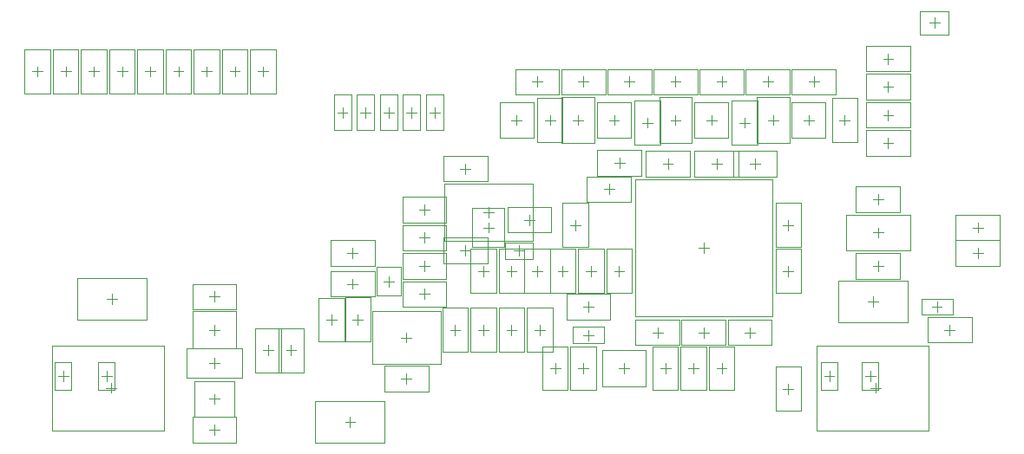
<source format=gbr>
%TF.GenerationSoftware,Altium Limited,Altium Designer,21.1.1 (26)*%
G04 Layer_Color=32768*
%FSLAX45Y45*%
%MOMM*%
%TF.SameCoordinates,E9E44C67-710E-4D47-B277-6F884E921ACF*%
%TF.FilePolarity,Positive*%
%TF.FileFunction,Other,Mechanical_15*%
%TF.Part,Single*%
G01*
G75*
%TA.AperFunction,NonConductor*%
%ADD155C,0.10000*%
%ADD157C,0.05000*%
D155*
X9250000Y4125000D02*
X9350000D01*
X9300000Y4075000D02*
Y4175000D01*
X4900000Y2125000D02*
X5000000D01*
X4950000Y2075000D02*
Y2175000D01*
X7050000Y1875000D02*
Y1975000D01*
X7000000Y1925000D02*
X7100000D01*
X5175000Y3175000D02*
X5275000D01*
X5225000Y3125000D02*
Y3225000D01*
X4100000Y1050000D02*
X4200000D01*
X4150000Y1000000D02*
Y1100000D01*
X3975000Y1550000D02*
Y1650000D01*
X3925000Y1600000D02*
X4025000D01*
X2225001Y1125001D02*
X2325001D01*
X2275002Y1075001D02*
Y1175001D01*
X2225001Y1450001D02*
X2325001D01*
X2275002Y1400001D02*
Y1500001D01*
X2225001Y800001D02*
X2325001D01*
X2275002Y750001D02*
Y850001D01*
X5300000Y2200000D02*
X5400000D01*
X5350000Y2150000D02*
Y2250000D01*
X8750000Y2025000D02*
Y2125000D01*
X8700000Y2075000D02*
X8800000D01*
X2275002Y400001D02*
Y500001D01*
X2225002Y450001D02*
X2325001D01*
X5825000Y3125000D02*
Y3225000D01*
X5775000Y3175000D02*
X5875000D01*
X8680000Y558800D02*
X8780000D01*
X8730000Y508800D02*
Y608800D01*
X4340000Y3077500D02*
X4510000D01*
X4340000Y3422500D02*
X4510000D01*
X4340000Y3077500D02*
Y3422500D01*
X4510000Y3077500D02*
Y3422500D01*
X4425000Y3200000D02*
Y3300000D01*
X4375000Y3250000D02*
X4475000D01*
X5925000Y1025000D02*
Y1125000D01*
X5875000Y1075000D02*
X5975000D01*
X5125000Y1700000D02*
X5225000D01*
X5175000Y1650000D02*
Y1750000D01*
X1225000Y625000D02*
Y725000D01*
X1175000Y675000D02*
X1275000D01*
X8650000Y1400000D02*
X8750000D01*
X8700000Y1350000D02*
Y1450000D01*
X5250000Y1850000D02*
Y1950000D01*
X5200000Y1900000D02*
X5300000D01*
X4675000Y2700000D02*
X4775000D01*
X4725000Y2650000D02*
Y2750000D01*
X4950000Y2225000D02*
Y2325000D01*
X4900000Y2275000D02*
X5000000D01*
X4675000Y1900000D02*
X4775000D01*
X4725000Y1850000D02*
Y1950000D01*
X5425000Y1650000D02*
Y1750000D01*
X5375000Y1700000D02*
X5475000D01*
X3550000Y225000D02*
X3650000D01*
X3600000Y175000D02*
Y275000D01*
X6275000Y700000D02*
Y800000D01*
X6225000Y750000D02*
X6325000D01*
X6500000Y3100000D02*
Y3200000D01*
X6450000Y3150000D02*
X6550000D01*
X7450000Y3100000D02*
Y3200000D01*
X7400000Y3150000D02*
X7500000D01*
X8425000Y3125000D02*
Y3225000D01*
X8375000Y3175000D02*
X8475000D01*
X750000Y675000D02*
X850000D01*
X800000Y625000D02*
Y725000D01*
X8225000Y675000D02*
X8325000D01*
X8275000Y625000D02*
Y725000D01*
X8625000Y675000D02*
X8725000D01*
X8675000Y625000D02*
Y725000D01*
X5425000Y3500000D02*
Y3600000D01*
X5375000Y3550000D02*
X5475000D01*
X3417339Y1174280D02*
Y1274280D01*
X3367339Y1224280D02*
X3467339D01*
X9400000Y1125000D02*
X9500000D01*
X9450000Y1075000D02*
Y1175000D01*
X4625000Y1075000D02*
Y1175000D01*
X4575000Y1125000D02*
X4675000D01*
X1225000Y1425000D02*
X1325000D01*
X1275000Y1375000D02*
Y1475000D01*
X2700000Y3650000D02*
X2800000D01*
X2750000Y3600000D02*
Y3700000D01*
X2425000Y3650000D02*
X2525000D01*
X2475000Y3600000D02*
Y3700000D01*
X2150000Y3650000D02*
X2250000D01*
X2200000Y3600000D02*
Y3700000D01*
X1875000Y3650000D02*
X1975000D01*
X1925000Y3600000D02*
Y3700000D01*
X1600000Y3650000D02*
X1700000D01*
X1650000Y3600000D02*
Y3700000D01*
X1325000Y3650000D02*
X1425000D01*
X1375000Y3600000D02*
Y3700000D01*
X1050000Y3650000D02*
X1150000D01*
X1100000Y3600000D02*
Y3700000D01*
X775000Y3650000D02*
X875000D01*
X825000Y3600000D02*
Y3700000D01*
X500000Y3650000D02*
X600000D01*
X550000Y3600000D02*
Y3700000D01*
X8025000Y3175000D02*
X8125000D01*
X8075000Y3125000D02*
Y3225000D01*
X7675000Y3175000D02*
X7775000D01*
X7725000Y3125000D02*
Y3225000D01*
X7075000Y3175000D02*
X7175000D01*
X7125000Y3125000D02*
Y3225000D01*
X6725000Y3175000D02*
X6825000D01*
X6775000Y3125000D02*
Y3225000D01*
X6125000Y3175000D02*
X6225000D01*
X6175000Y3125000D02*
Y3225000D01*
X8075000Y3550000D02*
X8175000D01*
X8125000Y3500000D02*
Y3600000D01*
X7625000Y3550000D02*
X7725000D01*
X7675000Y3500000D02*
Y3600000D01*
X7175000Y3550000D02*
X7275000D01*
X7225000Y3500000D02*
Y3600000D01*
X6725000Y3550000D02*
X6825000D01*
X6775000Y3500000D02*
Y3600000D01*
X6275000Y3550000D02*
X6375000D01*
X6325000Y3500000D02*
Y3600000D01*
X5825000Y3550000D02*
X5925000D01*
X5875000Y3500000D02*
Y3600000D01*
X5500000Y3175000D02*
X5600000D01*
X5550000Y3125000D02*
Y3225000D01*
X7875000Y1650000D02*
Y1750000D01*
X7825000Y1700000D02*
X7925000D01*
X7875000Y2100000D02*
Y2200000D01*
X7825000Y2150000D02*
X7925000D01*
X7500000Y2750000D02*
X7600000D01*
X7550000Y2700000D02*
Y2800000D01*
X7125000Y2750000D02*
X7225000D01*
X7175000Y2700000D02*
Y2800000D01*
X6650000Y2750000D02*
X6750000D01*
X6700000Y2700000D02*
Y2800000D01*
X6177280Y2755120D02*
X6277280D01*
X6227280Y2705120D02*
Y2805120D01*
X6075000Y2500000D02*
X6175000D01*
X6125000Y2450000D02*
Y2550000D01*
X5800000Y2100000D02*
Y2200000D01*
X5750000Y2150000D02*
X5850000D01*
X5900000Y1700000D02*
X6000000D01*
X5950000Y1650000D02*
Y1750000D01*
X5675000Y1650000D02*
Y1750000D01*
X5625000Y1700000D02*
X5725000D01*
X6175000D02*
X6275000D01*
X6225000Y1650000D02*
Y1750000D01*
X5875000Y1350000D02*
X5975000D01*
X5925000Y1300000D02*
Y1400000D01*
X8850000Y2900000D02*
Y3000000D01*
X8800000Y2950000D02*
X8900000D01*
X8850000Y3175000D02*
Y3275000D01*
X8800000Y3225000D02*
X8900000D01*
X8850000Y3450000D02*
Y3550000D01*
X8800000Y3500000D02*
X8900000D01*
X8850000Y3725000D02*
Y3825000D01*
X8800000Y3775000D02*
X8900000D01*
X9725000Y1825000D02*
Y1925000D01*
X9675000Y1875000D02*
X9775000D01*
X9725000Y2075000D02*
Y2175000D01*
X9675000Y2125000D02*
X9775000D01*
X8700000Y2400000D02*
X8800000D01*
X8750000Y2350000D02*
Y2450000D01*
Y1700000D02*
Y1800000D01*
X8700000Y1750000D02*
X8800000D01*
X9325000Y1300000D02*
Y1400000D01*
X9275000Y1350000D02*
X9375000D01*
X7825000Y550000D02*
X7925000D01*
X7875000Y500000D02*
Y600000D01*
X6950000Y700000D02*
Y800000D01*
X6900000Y750000D02*
X7000000D01*
X7450000Y1100000D02*
X7550000D01*
X7500000Y1050000D02*
Y1150000D01*
X7000000Y1100000D02*
X7100000D01*
X7050000Y1050000D02*
Y1150000D01*
X7225000Y700000D02*
Y800000D01*
X7175000Y750000D02*
X7275000D01*
X6675000Y700000D02*
Y800000D01*
X6625000Y750000D02*
X6725000D01*
X6550000Y1100000D02*
X6650000D01*
X6600000Y1050000D02*
Y1150000D01*
X5875000Y700000D02*
Y800000D01*
X5825000Y750000D02*
X5925000D01*
X5600000Y700000D02*
Y800000D01*
X5550000Y750000D02*
X5650000D01*
X4900000Y1650000D02*
Y1750000D01*
X4850000Y1700000D02*
X4950000D01*
X5400000Y1125000D02*
X5500000D01*
X5450000Y1075000D02*
Y1175000D01*
X5125000Y1125000D02*
X5225000D01*
X5175000Y1075000D02*
Y1175000D01*
X4850000Y1125000D02*
X4950000D01*
X4900000Y1075000D02*
Y1175000D01*
X4325000Y2250000D02*
Y2350000D01*
X4275000Y2300000D02*
X4375000D01*
X4325000Y1975000D02*
Y2075000D01*
X4275000Y2025000D02*
X4375000D01*
X4325000Y1700000D02*
Y1800000D01*
X4275000Y1750000D02*
X4375000D01*
X4325000Y1425000D02*
Y1525000D01*
X4275000Y1475000D02*
X4375000D01*
X4100000Y650000D02*
X4200000D01*
X4150000Y600000D02*
Y700000D01*
X3625000Y1825000D02*
Y1925000D01*
X3575000Y1875000D02*
X3675000D01*
X3625000Y1525000D02*
Y1625000D01*
X3575000Y1575000D02*
X3675000D01*
X3625000Y1225000D02*
X3725000D01*
X3675000Y1175000D02*
Y1275000D01*
X3025000Y875000D02*
Y975000D01*
X2975000Y925000D02*
X3075000D01*
X2800000Y875000D02*
Y975000D01*
X2750000Y925000D02*
X2850000D01*
X2275002Y100001D02*
Y200001D01*
X2225002Y150001D02*
X2325002D01*
X4150000Y3250000D02*
X4250000D01*
X4200000Y3200000D02*
Y3300000D01*
X4285000Y3077500D02*
Y3422500D01*
X4115000Y3077500D02*
Y3422500D01*
X4285000D01*
X4115000Y3077500D02*
X4285000D01*
X3925000Y3250000D02*
X4025000D01*
X3975000Y3200000D02*
Y3300000D01*
X4060000Y3077500D02*
Y3422500D01*
X3890000Y3077500D02*
Y3422500D01*
X4060000D01*
X3890000Y3077500D02*
X4060000D01*
X3699976Y3249999D02*
X3799976D01*
X3749976Y3199999D02*
Y3299999D01*
X3834976Y3077499D02*
Y3422499D01*
X3664976Y3077499D02*
Y3422499D01*
X3834976D01*
X3664976Y3077499D02*
X3834976D01*
X3475000Y3250000D02*
X3575000D01*
X3525000Y3200000D02*
Y3300000D01*
X3610000Y3077500D02*
Y3422500D01*
X3440000Y3077500D02*
Y3422500D01*
X3610000D01*
X3440000Y3077500D02*
X3610000D01*
X1270000Y508800D02*
Y608800D01*
X1220000Y558800D02*
X1320000D01*
D157*
X9163000Y4008000D02*
X9437000D01*
Y4242000D01*
X9163000Y4008000D02*
Y4242000D01*
X9437000D01*
X4794000Y2315000D02*
X5106000D01*
X4794000Y1935000D02*
X5106000D01*
X4794000D02*
Y2315000D01*
X5106000Y1935000D02*
Y2315000D01*
X6380000Y1255000D02*
X7720000D01*
X6380000Y2595000D02*
X7720000D01*
Y1255000D02*
Y2595000D01*
X6380000Y1255000D02*
Y2595000D01*
X5060000Y3000000D02*
Y3350000D01*
X5390000Y3000000D02*
Y3350000D01*
X5060000Y3000000D02*
X5390000D01*
X5060000Y3350000D02*
X5390000D01*
X4485000Y790000D02*
Y1310000D01*
X3815000Y790000D02*
Y1310000D01*
Y790000D02*
X4485000D01*
X3815000Y1310000D02*
X4485000D01*
X3855000Y1737500D02*
X4095000D01*
X3855000Y1462500D02*
X4095000D01*
Y1737500D01*
X3855000Y1462500D02*
Y1737500D01*
X2062501Y945001D02*
Y1305001D01*
X2487502Y945001D02*
Y1305001D01*
X2062501D02*
X2487502D01*
X2062501Y945001D02*
X2487502D01*
X2490001Y1325001D02*
Y1575001D01*
X2060001Y1325001D02*
Y1575001D01*
Y1325001D02*
X2490001D01*
X2060001Y1575001D02*
X2490001D01*
X2005002Y655001D02*
Y945001D01*
X2545002Y655001D02*
Y945001D01*
X2005002D02*
X2545002D01*
X2005002Y655001D02*
X2545002D01*
X5565000Y2075000D02*
Y2325000D01*
X5135000Y2075000D02*
Y2325000D01*
Y2075000D02*
X5565000D01*
X5135000Y2325000D02*
X5565000D01*
X8437500Y2250000D02*
X9062500D01*
X8437500Y1900000D02*
X9062500D01*
X8437500D02*
Y2250000D01*
X9062500Y1900000D02*
Y2250000D01*
X2082502Y625001D02*
X2467502D01*
X2082502Y275001D02*
X2467502D01*
X2082502D02*
Y625001D01*
X2467502Y275001D02*
Y625001D01*
X5665000Y3400000D02*
X5985000D01*
X5665000Y2950000D02*
X5985000D01*
Y3400000D01*
X5665000Y2950000D02*
Y3400000D01*
X9247992Y143794D02*
Y973798D01*
X8155012Y973794D02*
X9247992D01*
X8155012Y143794D02*
X9247992D01*
X8155012D02*
Y973794D01*
X5772000Y997500D02*
Y1152500D01*
X6078000D01*
Y997500D02*
Y1152500D01*
X5772000Y997500D02*
X6078000D01*
X5300000Y1485000D02*
Y1915000D01*
X5050000Y1485000D02*
Y1915000D01*
X5300000D01*
X5050000Y1485000D02*
X5300000D01*
X1145000Y810000D02*
X1305000D01*
X1145000Y540000D02*
X1305000D01*
X1145000D02*
Y810000D01*
X1305000Y540000D02*
Y810000D01*
X8361050Y1195000D02*
Y1605000D01*
X9038950Y1195000D02*
Y1605000D01*
X8361050D02*
X9038950D01*
X8361050Y1195000D02*
X9038950D01*
X5115000Y1820000D02*
X5385000D01*
X5115000Y1980000D02*
X5385000D01*
X5115000Y1820000D02*
Y1980000D01*
X5385000Y1820000D02*
Y1980000D01*
X4510000Y2575000D02*
Y2825000D01*
X4940000Y2575000D02*
Y2825000D01*
X4510000Y2575000D02*
X4940000D01*
X4510000Y2825000D02*
X4940000D01*
X4520000Y2555000D02*
X5380000D01*
X4520000Y1995000D02*
X5380000D01*
Y2555000D01*
X4520000Y1995000D02*
Y2555000D01*
X4510000Y1775000D02*
Y2025000D01*
X4940000Y1775000D02*
Y2025000D01*
X4510000Y1775000D02*
X4940000D01*
X4510000Y2025000D02*
X4940000D01*
X5300000Y1915000D02*
X5550000D01*
X5300000Y1485000D02*
X5550000D01*
Y1915000D01*
X5300000Y1485000D02*
Y1915000D01*
X3938950Y20000D02*
Y430000D01*
X3261050Y20000D02*
Y430000D01*
Y20000D02*
X3938950D01*
X3261050Y430000D02*
X3938950D01*
X6062500Y570000D02*
X6487500D01*
X6062500Y930000D02*
X6487500D01*
Y570000D02*
Y930000D01*
X6062500Y570000D02*
Y930000D01*
X6375000Y2935000D02*
X6625000D01*
X6375000Y3365000D02*
X6625000D01*
X6375000Y2935000D02*
Y3365000D01*
X6625000Y2935000D02*
Y3365000D01*
X7325000Y2935000D02*
X7575000D01*
X7325000Y3365000D02*
X7575000D01*
X7325000Y2935000D02*
Y3365000D01*
X7575000Y2935000D02*
Y3365000D01*
X8300000Y2960000D02*
X8550000D01*
X8300000Y3390000D02*
X8550000D01*
X8300000Y2960000D02*
Y3390000D01*
X8550000Y2960000D02*
Y3390000D01*
X880000Y540000D02*
Y810000D01*
X720000Y540000D02*
Y810000D01*
Y540000D02*
X880000D01*
X720000Y810000D02*
X880000D01*
X8355000Y540000D02*
Y810000D01*
X8195000Y540000D02*
Y810000D01*
Y540000D02*
X8355000D01*
X8195000Y810000D02*
X8355000D01*
X8755000Y540000D02*
Y810000D01*
X8595000Y540000D02*
Y810000D01*
Y540000D02*
X8755000D01*
X8595000Y810000D02*
X8755000D01*
X5210000Y3675000D02*
X5640000D01*
X5210000Y3425000D02*
X5640000D01*
X5210000D02*
Y3675000D01*
X5640000Y3425000D02*
Y3675000D01*
X3292339Y1009280D02*
X3542339D01*
X3292339Y1439280D02*
X3542339D01*
X3292339Y1009280D02*
Y1439280D01*
X3542339Y1009280D02*
Y1439280D01*
X9665000Y1000000D02*
Y1250000D01*
X9235000Y1000000D02*
Y1250000D01*
Y1000000D02*
X9665000D01*
X9235000Y1250000D02*
X9665000D01*
X4500000Y1340000D02*
X4750000D01*
X4500000Y910000D02*
X4750000D01*
Y1340000D01*
X4500000Y910000D02*
Y1340000D01*
X936050Y1220000D02*
Y1630000D01*
X1613950Y1220000D02*
Y1630000D01*
X936050D02*
X1613950D01*
X936050Y1220000D02*
X1613950D01*
X2875000Y3435000D02*
Y3865000D01*
X2625000Y3435000D02*
Y3865000D01*
Y3435000D02*
X2875000D01*
X2625000Y3865000D02*
X2875000D01*
X2600000Y3435000D02*
Y3865000D01*
X2350000Y3435000D02*
Y3865000D01*
Y3435000D02*
X2600000D01*
X2350000Y3865000D02*
X2600000D01*
X2075000Y3435000D02*
Y3865000D01*
X2325000Y3435000D02*
Y3865000D01*
X2075000D02*
X2325000D01*
X2075000Y3435000D02*
X2325000D01*
X1800000D02*
Y3865000D01*
X2050000Y3435000D02*
Y3865000D01*
X1800000D02*
X2050000D01*
X1800000Y3435000D02*
X2050000D01*
X1525000D02*
Y3865000D01*
X1775000Y3435000D02*
Y3865000D01*
X1525000D02*
X1775000D01*
X1525000Y3435000D02*
X1775000D01*
X1500000D02*
Y3865000D01*
X1250000Y3435000D02*
Y3865000D01*
Y3435000D02*
X1500000D01*
X1250000Y3865000D02*
X1500000D01*
X975000Y3435000D02*
Y3865000D01*
X1225000Y3435000D02*
Y3865000D01*
X975000D02*
X1225000D01*
X975000Y3435000D02*
X1225000D01*
X700000D02*
Y3865000D01*
X950000Y3435000D02*
Y3865000D01*
X700000D02*
X950000D01*
X700000Y3435000D02*
X950000D01*
X675000Y3435000D02*
Y3865000D01*
X425000Y3435000D02*
Y3865000D01*
Y3435000D02*
X675000D01*
X425000Y3865000D02*
X675000D01*
X7910000Y3000000D02*
Y3350000D01*
X8240000Y3000000D02*
Y3350000D01*
X7910000Y3000000D02*
X8240000D01*
X7910000Y3350000D02*
X8240000D01*
X7885000Y2950000D02*
Y3400000D01*
X7565000Y2950000D02*
Y3400000D01*
X7885000D01*
X7565000Y2950000D02*
X7885000D01*
X6960000Y3000000D02*
Y3350000D01*
X7290000Y3000000D02*
Y3350000D01*
X6960000Y3000000D02*
X7290000D01*
X6960000Y3350000D02*
X7290000D01*
X6935000Y2950000D02*
Y3400000D01*
X6615000Y2950000D02*
Y3400000D01*
X6935000D01*
X6615000Y2950000D02*
X6935000D01*
X6010000Y3000000D02*
Y3350000D01*
X6340000Y3000000D02*
Y3350000D01*
X6010000Y3000000D02*
X6340000D01*
X6010000Y3350000D02*
X6340000D01*
X8340000Y3425000D02*
Y3675000D01*
X7910000Y3425000D02*
Y3675000D01*
Y3425000D02*
X8340000D01*
X7910000Y3675000D02*
X8340000D01*
X7460000Y3425000D02*
Y3675000D01*
X7890000Y3425000D02*
Y3675000D01*
X7460000D02*
X7890000D01*
X7460000Y3425000D02*
X7890000D01*
X7440000D02*
Y3675000D01*
X7010000Y3425000D02*
Y3675000D01*
Y3425000D02*
X7440000D01*
X7010000Y3675000D02*
X7440000D01*
X6560000Y3425000D02*
Y3675000D01*
X6990000Y3425000D02*
Y3675000D01*
X6560000D02*
X6990000D01*
X6560000Y3425000D02*
X6990000D01*
X6540000D02*
Y3675000D01*
X6110000Y3425000D02*
Y3675000D01*
Y3425000D02*
X6540000D01*
X6110000Y3675000D02*
X6540000D01*
X5660000Y3425000D02*
Y3675000D01*
X6090000Y3425000D02*
Y3675000D01*
X5660000D02*
X6090000D01*
X5660000Y3425000D02*
X6090000D01*
X5675000Y2960000D02*
Y3390000D01*
X5425000Y2960000D02*
Y3390000D01*
X5675000D01*
X5425000Y2960000D02*
X5675000D01*
X7750000Y1915000D02*
X8000000D01*
X7750000Y1485000D02*
X8000000D01*
Y1915000D01*
X7750000Y1485000D02*
Y1915000D01*
Y1935000D02*
X8000000D01*
X7750000Y2365000D02*
X8000000D01*
X7750000Y1935000D02*
Y2365000D01*
X8000000Y1935000D02*
Y2365000D01*
X7335000Y2625000D02*
Y2875000D01*
X7765000Y2625000D02*
Y2875000D01*
X7335000D02*
X7765000D01*
X7335000Y2625000D02*
X7765000D01*
X7390000D02*
Y2875000D01*
X6960000Y2625000D02*
Y2875000D01*
Y2625000D02*
X7390000D01*
X6960000Y2875000D02*
X7390000D01*
X6915000Y2625000D02*
Y2875000D01*
X6485000Y2625000D02*
Y2875000D01*
Y2625000D02*
X6915000D01*
X6485000Y2875000D02*
X6915000D01*
X6012280Y2630120D02*
Y2880120D01*
X6442280Y2630120D02*
Y2880120D01*
X6012280D02*
X6442280D01*
X6012280Y2630120D02*
X6442280D01*
X6340000Y2375000D02*
Y2625000D01*
X5910000Y2375000D02*
Y2625000D01*
Y2375000D02*
X6340000D01*
X5910000Y2625000D02*
X6340000D01*
X5675000Y2365000D02*
X5925000D01*
X5675000Y1935000D02*
X5925000D01*
Y2365000D01*
X5675000Y1935000D02*
Y2365000D01*
X5825000Y1485000D02*
Y1915000D01*
X6075000Y1485000D02*
Y1915000D01*
X5825000Y1485000D02*
X6075000D01*
X5825000Y1915000D02*
X6075000D01*
X5550000Y1915000D02*
X5800000D01*
X5550000Y1485000D02*
X5800000D01*
Y1915000D01*
X5550000Y1485000D02*
Y1915000D01*
X6100000Y1485000D02*
Y1915000D01*
X6350000Y1485000D02*
Y1915000D01*
X6100000Y1485000D02*
X6350000D01*
X6100000Y1915000D02*
X6350000D01*
X5710000Y1225000D02*
Y1475000D01*
X6140000Y1225000D02*
Y1475000D01*
X5710000D02*
X6140000D01*
X5710000Y1225000D02*
X6140000D01*
X8635000Y3075000D02*
X9065000D01*
X8635000Y2825000D02*
X9065000D01*
X8635000D02*
Y3075000D01*
X9065000Y2825000D02*
Y3075000D01*
X8635000Y3350000D02*
X9065000D01*
X8635000Y3100000D02*
X9065000D01*
X8635000D02*
Y3350000D01*
X9065000Y3100000D02*
Y3350000D01*
X8635000Y3625000D02*
X9065000D01*
X8635000Y3375000D02*
X9065000D01*
X8635000D02*
Y3625000D01*
X9065000Y3375000D02*
Y3625000D01*
X8635000Y3900000D02*
X9065000D01*
X8635000Y3650000D02*
X9065000D01*
X8635000D02*
Y3900000D01*
X9065000Y3650000D02*
Y3900000D01*
X9510000Y2000000D02*
X9940000D01*
X9510000Y1750000D02*
X9940000D01*
Y2000000D01*
X9510000Y1750000D02*
Y2000000D01*
Y2250000D02*
X9940000D01*
X9510000Y2000000D02*
X9940000D01*
Y2250000D01*
X9510000Y2000000D02*
Y2250000D01*
X8535000Y2275000D02*
Y2525000D01*
X8965000Y2275000D02*
Y2525000D01*
X8535000D02*
X8965000D01*
X8535000Y2275000D02*
X8965000D01*
X8535000Y1625000D02*
X8965000D01*
X8535000Y1875000D02*
X8965000D01*
Y1625000D02*
Y1875000D01*
X8535000Y1625000D02*
Y1875000D01*
X9478000Y1272500D02*
Y1427500D01*
X9172000Y1272500D02*
X9478000D01*
X9172000D02*
Y1427500D01*
X9478000D01*
X7750000Y335000D02*
Y765000D01*
X8000000Y335000D02*
Y765000D01*
X7750000Y335000D02*
X8000000D01*
X7750000Y765000D02*
X8000000D01*
X6825000Y965000D02*
X7075000D01*
X6825000Y535000D02*
X7075000D01*
Y965000D01*
X6825000Y535000D02*
Y965000D01*
X7715000Y975000D02*
Y1225000D01*
X7285000Y975000D02*
Y1225000D01*
Y975000D02*
X7715000D01*
X7285000Y1225000D02*
X7715000D01*
X7265000Y975000D02*
Y1225000D01*
X6835000Y975000D02*
Y1225000D01*
Y975000D02*
X7265000D01*
X6835000Y1225000D02*
X7265000D01*
X7100000Y535000D02*
X7350000D01*
X7100000Y965000D02*
X7350000D01*
X7100000Y535000D02*
Y965000D01*
X7350000Y535000D02*
Y965000D01*
X6550000Y965000D02*
X6800000D01*
X6550000Y535000D02*
X6800000D01*
Y965000D01*
X6550000Y535000D02*
Y965000D01*
X6385000Y975000D02*
Y1225000D01*
X6815000Y975000D02*
Y1225000D01*
X6385000D02*
X6815000D01*
X6385000Y975000D02*
X6815000D01*
X5750000Y965000D02*
X6000000D01*
X5750000Y535000D02*
X6000000D01*
Y965000D01*
X5750000Y535000D02*
Y965000D01*
X5475000Y535000D02*
X5725000D01*
X5475000Y965000D02*
X5725000D01*
X5475000Y535000D02*
Y965000D01*
X5725000Y535000D02*
Y965000D01*
X4775000Y1915000D02*
X5025000D01*
X4775000Y1485000D02*
X5025000D01*
Y1915000D01*
X4775000Y1485000D02*
Y1915000D01*
X5575000Y910000D02*
Y1340000D01*
X5325000Y910000D02*
Y1340000D01*
X5575000D01*
X5325000Y910000D02*
X5575000D01*
X5300000D02*
Y1340000D01*
X5050000Y910000D02*
Y1340000D01*
X5300000D01*
X5050000Y910000D02*
X5300000D01*
X5025000D02*
Y1340000D01*
X4775000Y910000D02*
Y1340000D01*
X5025000D01*
X4775000Y910000D02*
X5025000D01*
X4110000Y2175000D02*
X4540000D01*
X4110000Y2425000D02*
X4540000D01*
Y2175000D02*
Y2425000D01*
X4110000Y2175000D02*
Y2425000D01*
Y1900000D02*
X4540000D01*
X4110000Y2150000D02*
X4540000D01*
Y1900000D02*
Y2150000D01*
X4110000Y1900000D02*
Y2150000D01*
Y1875000D02*
X4540000D01*
X4110000Y1625000D02*
X4540000D01*
X4110000D02*
Y1875000D01*
X4540000Y1625000D02*
Y1875000D01*
X4110000Y1600000D02*
X4540000D01*
X4110000Y1350000D02*
X4540000D01*
X4110000D02*
Y1600000D01*
X4540000Y1350000D02*
Y1600000D01*
X4365000Y525000D02*
Y775000D01*
X3935000Y525000D02*
Y775000D01*
Y525000D02*
X4365000D01*
X3935000Y775000D02*
X4365000D01*
X3410000Y2000000D02*
X3840000D01*
X3410000Y1750000D02*
X3840000D01*
X3410000D02*
Y2000000D01*
X3840000Y1750000D02*
Y2000000D01*
X3410000Y1700000D02*
X3840000D01*
X3410000Y1450000D02*
X3840000D01*
X3410000D02*
Y1700000D01*
X3840000Y1450000D02*
Y1700000D01*
X3800000Y1010000D02*
Y1440000D01*
X3550000Y1010000D02*
Y1440000D01*
X3800000D01*
X3550000Y1010000D02*
X3800000D01*
X2900000Y1140000D02*
X3150000D01*
X2900000Y710000D02*
X3150000D01*
Y1140000D01*
X2900000Y710000D02*
Y1140000D01*
X2675000D02*
X2925000D01*
X2675000Y710000D02*
X2925000D01*
Y1140000D01*
X2675000Y710000D02*
Y1140000D01*
X2060002Y25001D02*
X2490002D01*
X2060002Y275001D02*
X2490002D01*
Y25001D02*
Y275001D01*
X2060002Y25001D02*
Y275001D01*
X695012Y143794D02*
Y973794D01*
Y143794D02*
X1787992D01*
X695012Y973794D02*
X1787992D01*
Y143794D02*
Y973798D01*
%TF.MD5,abf9aefe81bed4bb21ee4573a1f1bb0e*%
M02*

</source>
